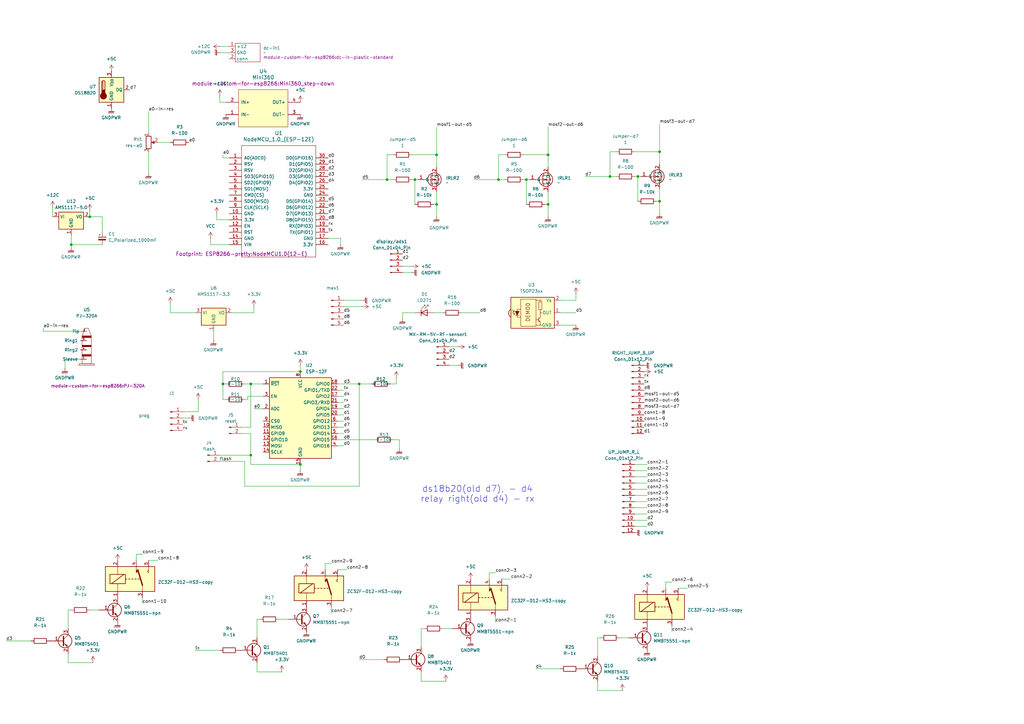
<source format=kicad_sch>
(kicad_sch (version 20231120) (generator "eeschema") (generator_version "8.0")
  (paper "A3")
  (junction (at 123.19 190.5))
  (junction (at 29.21 100.33))
  (junction (at 261.62 72.39))
  (junction (at 170.18 73.66))
  (junction (at 102.87 186.69))
  (junction (at 36.83 88.9))
  (junction (at 102.87 157.48))
  (junction (at 215.9 73.66))
  (junction (at 179.07 83.82))
  (junction (at 224.79 63.5))
  (junction (at 158.75 73.66))
  (junction (at 179.07 63.5))
  (junction (at 147.32 157.48))
  (junction (at 204.47 73.66))
  (junction (at 123.19 152.4))
  (junction (at 91.44 157.48))
  (junction (at 250.19 72.39))
  (junction (at 224.79 83.82))
  (junction (at 270.51 82.55))
  (junction (at 270.51 62.23))
  (wire (pts (xy 21.59 85.09) (xy 21.59 88.9)))
  (wire (pts (xy 261.62 72.39) (xy 262.89 72.39)))
  (wire (pts (xy 270.51 50.8) (xy 270.51 62.23)))
  (wire (pts (xy 162.56 157.48) (xy 162.56 154.94)))
  (wire (pts (xy 203.2 252.73) (xy 203.2 255.27)))
  (wire (pts (xy 224.79 63.5) (xy 214.63 63.5)))
  (wire (pts (xy 100.33 157.48) (xy 102.87 157.48)))
  (wire (pts (xy 38.1 271.78) (xy 27.94 271.78)))
  (wire (pts (xy 204.47 63.5) (xy 207.01 63.5)))
  (wire (pts (xy 275.59 238.76) (xy 273.05 238.76)))
  (wire (pts (xy 161.29 180.34) (xy 163.83 180.34)))
  (wire (pts (xy 41.91 88.9) (xy 36.83 88.9)))
  (wire (pts (xy 147.32 199.39) (xy 147.32 157.48)))
  (wire (pts (xy 165.1 128.27) (xy 170.18 128.27)))
  (wire (pts (xy 184.15 142.24) (xy 187.96 142.24)))
  (wire (pts (xy 138.43 167.64) (xy 140.97 167.64)))
  (wire (pts (xy 69.85 128.27) (xy 80.01 128.27)))
  (wire (pts (xy 91.44 63.5) (xy 91.44 64.77)))
  (wire (pts (xy 269.24 82.55) (xy 270.51 82.55)))
  (wire (pts (xy 255.27 283.21) (xy 245.11 283.21)))
  (wire (pts (xy 270.51 67.31) (xy 270.51 62.23)))
  (wire (pts (xy 138.43 233.68) (xy 142.24 233.68)))
  (wire (pts (xy 88.9 90.17) (xy 93.98 90.17)))
  (wire (pts (xy 240.03 72.39) (xy 250.19 72.39)))
  (wire (pts (xy 64.77 58.42) (xy 69.85 58.42)))
  (wire (pts (xy 138.43 180.34) (xy 153.67 180.34)))
  (wire (pts (xy 140.97 123.19) (xy 148.59 123.19)))
  (wire (pts (xy 90.17 39.37) (xy 90.17 41.91)))
  (wire (pts (xy 229.87 123.19) (xy 236.22 123.19)))
  (wire (pts (xy 26.67 147.32) (xy 26.67 151.13)))
  (wire (pts (xy 260.35 195.58) (xy 265.43 195.58)))
  (wire (pts (xy 223.52 83.82) (xy 224.79 83.82)))
  (wire (pts (xy 80.01 266.7) (xy 90.17 266.7)))
  (wire (pts (xy 27.94 271.78) (xy 27.94 267.97)))
  (wire (pts (xy 182.88 279.4) (xy 172.72 279.4)))
  (wire (pts (xy 86.36 100.33) (xy 93.98 100.33)))
  (wire (pts (xy 219.71 274.32) (xy 229.87 274.32)))
  (wire (pts (xy 148.59 73.66) (xy 158.75 73.66)))
  (wire (pts (xy 138.43 177.8) (xy 140.97 177.8)))
  (wire (pts (xy 140.97 125.73) (xy 148.59 125.73)))
  (wire (pts (xy 115.57 275.59) (xy 105.41 275.59)))
  (wire (pts (xy 114.3 254) (xy 118.11 254)))
  (wire (pts (xy 172.72 257.81) (xy 173.99 257.81)))
  (wire (pts (xy 138.43 182.88) (xy 140.97 182.88)))
  (wire (pts (xy 100.33 199.39) (xy 100.33 189.23)))
  (wire (pts (xy 29.21 96.52) (xy 29.21 100.33)))
  (wire (pts (xy 158.75 63.5) (xy 161.29 63.5)))
  (wire (pts (xy 250.19 72.39) (xy 250.19 62.23)))
  (wire (pts (xy 215.9 73.66) (xy 215.9 83.82)))
  (wire (pts (xy 236.22 123.19) (xy 236.22 120.65)))
  (wire (pts (xy 138.43 170.18) (xy 140.97 170.18)))
  (wire (pts (xy 260.35 190.5) (xy 265.43 190.5)))
  (wire (pts (xy 135.89 248.92) (xy 135.89 251.46)))
  (wire (pts (xy 104.14 125.73) (xy 104.14 128.27)))
  (wire (pts (xy 184.15 149.86) (xy 187.96 149.86)))
  (wire (pts (xy 102.87 190.5) (xy 102.87 186.69)))
  (wire (pts (xy 260.35 203.2) (xy 265.43 203.2)))
  (wire (pts (xy 91.44 152.4) (xy 123.19 152.4)))
  (wire (pts (xy 200.66 234.95) (xy 200.66 237.49)))
  (wire (pts (xy 260.35 72.39) (xy 261.62 72.39)))
  (wire (pts (xy 29.21 100.33) (xy 41.91 100.33)))
  (wire (pts (xy 170.18 73.66) (xy 171.45 73.66)))
  (wire (pts (xy 60.96 45.72) (xy 60.96 54.61)))
  (wire (pts (xy 260.35 213.36) (xy 265.43 213.36)))
  (wire (pts (xy 100.33 163.83) (xy 101.6 163.83)))
  (wire (pts (xy 135.89 231.14) (xy 133.35 231.14)))
  (wire (pts (xy 229.87 128.27) (xy 236.22 128.27)))
  (wire (pts (xy 92.71 163.83) (xy 91.44 163.83)))
  (wire (pts (xy 90.17 21.59) (xy 93.98 21.59)))
  (wire (pts (xy 214.63 73.66) (xy 215.9 73.66)))
  (wire (pts (xy 138.43 175.26) (xy 140.97 175.26)))
  (wire (pts (xy 179.07 52.07) (xy 179.07 63.5)))
  (wire (pts (xy 91.44 152.4) (xy 91.44 157.48)))
  (wire (pts (xy 170.18 73.66) (xy 170.18 83.82)))
  (wire (pts (xy 139.7 97.79) (xy 139.7 100.33)))
  (wire (pts (xy 179.07 68.58) (xy 179.07 63.5)))
  (wire (pts (xy 215.9 73.66) (xy 217.17 73.66)))
  (wire (pts (xy 81.28 163.83) (xy 81.28 168.91)))
  (wire (pts (xy 278.13 241.3) (xy 281.94 241.3)))
  (wire (pts (xy 55.88 227.33) (xy 55.88 229.87)))
  (wire (pts (xy 123.19 190.5) (xy 123.19 193.04)))
  (wire (pts (xy 260.35 215.9) (xy 265.43 215.9)))
  (wire (pts (xy 245.11 283.21) (xy 245.11 279.4)))
  (wire (pts (xy 229.87 133.35) (xy 236.22 133.35)))
  (wire (pts (xy 224.79 68.58) (xy 224.79 63.5)))
  (wire (pts (xy 179.07 83.82) (xy 179.07 88.9)))
  (wire (pts (xy 36.83 250.19) (xy 40.64 250.19)))
  (wire (pts (xy 270.51 62.23) (xy 260.35 62.23)))
  (wire (pts (xy 123.19 190.5) (xy 102.87 190.5)))
  (wire (pts (xy 177.8 83.82) (xy 179.07 83.82)))
  (wire (pts (xy 179.07 63.5) (xy 168.91 63.5)))
  (wire (pts (xy 99.06 175.26) (xy 102.87 175.26)))
  (wire (pts (xy 140.97 162.56) (xy 138.43 162.56)))
  (wire (pts (xy 172.72 265.43) (xy 172.72 257.81)))
  (wire (pts (xy 134.62 97.79) (xy 139.7 97.79)))
  (wire (pts (xy 74.93 171.45) (xy 77.47 171.45)))
  (wire (pts (xy 41.91 95.25) (xy 41.91 88.9)))
  (wire (pts (xy 224.79 83.82) (xy 224.79 78.74)))
  (wire (pts (xy 90.17 19.05) (xy 93.98 19.05)))
  (wire (pts (xy 189.23 128.27) (xy 196.85 128.27)))
  (wire (pts (xy 177.8 128.27) (xy 181.61 128.27)))
  (wire (pts (xy 101.6 162.56) (xy 107.95 162.56)))
  (wire (pts (xy 261.62 72.39) (xy 261.62 82.55)))
  (wire (pts (xy 224.79 52.07) (xy 224.79 63.5)))
  (wire (pts (xy 91.44 157.48) (xy 91.44 163.83)))
  (wire (pts (xy 179.07 83.82) (xy 179.07 78.74)))
  (wire (pts (xy 100.33 199.39) (xy 147.32 199.39)))
  (wire (pts (xy 224.79 83.82) (xy 224.79 88.9)))
  (wire (pts (xy 147.32 270.51) (xy 157.48 270.51)))
  (wire (pts (xy 26.67 147.32) (xy 35.56 147.32)))
  (wire (pts (xy 100.33 189.23) (xy 90.17 189.23)))
  (wire (pts (xy 105.41 275.59) (xy 105.41 271.78)))
  (wire (pts (xy 105.41 254) (xy 106.68 254)))
  (wire (pts (xy 2.54 262.89) (xy 12.7 262.89)))
  (wire (pts (xy 250.19 62.23) (xy 252.73 62.23)))
  (wire (pts (xy 58.42 227.33) (xy 55.88 227.33)))
  (wire (pts (xy 105.41 261.62) (xy 105.41 254)))
  (wire (pts (xy 17.78 135.89) (xy 35.56 135.89)))
  (wire (pts (xy 245.11 261.62) (xy 246.38 261.62)))
  (wire (pts (xy 81.28 168.91) (xy 74.93 168.91)))
  (wire (pts (xy 181.61 257.81) (xy 185.42 257.81)))
  (wire (pts (xy 204.47 73.66) (xy 207.01 73.66)))
  (wire (pts (xy 245.11 269.24) (xy 245.11 261.62)))
  (wire (pts (xy 260.35 205.74) (xy 265.43 205.74)))
  (wire (pts (xy 90.17 41.91) (xy 92.71 41.91)))
  (wire (pts (xy 204.47 73.66) (xy 204.47 63.5)))
  (wire (pts (xy 95.25 128.27) (xy 104.14 128.27)))
  (wire (pts (xy 254 261.62) (xy 257.81 261.62)))
  (wire (pts (xy 270.51 82.55) (xy 270.51 77.47)))
  (wire (pts (xy 86.36 97.79) (xy 86.36 100.33)))
  (wire (pts (xy 172.72 279.4) (xy 172.72 275.59)))
  (wire (pts (xy 133.35 231.14) (xy 133.35 233.68)))
  (wire (pts (xy 250.19 72.39) (xy 252.73 72.39)))
  (wire (pts (xy 102.87 157.48) (xy 102.87 175.26)))
  (wire (pts (xy 138.43 172.72) (xy 140.97 172.72)))
  (wire (pts (xy 27.94 257.81) (xy 27.94 250.19)))
  (wire (pts (xy 165.1 111.76) (xy 168.91 111.76)))
  (wire (pts (xy 158.75 73.66) (xy 158.75 63.5)))
  (wire (pts (xy 123.19 149.86) (xy 123.19 152.4)))
  (wire (pts (xy 270.51 82.55) (xy 270.51 87.63)))
  (wire (pts (xy 102.87 157.48) (xy 107.95 157.48)))
  (wire (pts (xy 168.91 73.66) (xy 170.18 73.66)))
  (wire (pts (xy 165.1 109.22) (xy 168.91 109.22)))
  (wire (pts (xy 194.31 73.66) (xy 204.47 73.66)))
  (wire (pts (xy 158.75 73.66) (xy 161.29 73.66)))
  (wire (pts (xy 163.83 180.34) (xy 163.83 184.15)))
  (wire (pts (xy 140.97 165.1) (xy 138.43 165.1)))
  (wire (pts (xy 91.44 157.48) (xy 92.71 157.48)))
  (wire (pts (xy 160.02 157.48) (xy 162.56 157.48)))
  (wire (pts (xy 36.83 86.36) (xy 36.83 88.9)))
  (wire (pts (xy 60.96 229.87) (xy 64.77 229.87)))
  (wire (pts (xy 88.9 87.63) (xy 88.9 90.17)))
  (wire (pts (xy 58.42 245.11) (xy 58.42 247.65)))
  (wire (pts (xy 102.87 186.69) (xy 90.17 186.69)))
  (wire (pts (xy 101.6 163.83) (xy 101.6 162.56)))
  (wire (pts (xy 138.43 157.48) (xy 147.32 157.48)))
  (wire (pts (xy 17.78 134.62) (xy 17.78 135.89)))
  (wire (pts (xy 260.35 193.04) (xy 265.43 193.04)))
  (wire (pts (xy 60.96 62.23) (xy 60.96 71.12)))
  (wire (pts (xy 87.63 135.89) (xy 87.63 139.7)))
  (wire (pts (xy 260.35 208.28) (xy 265.43 208.28)))
  (wire (pts (xy 165.1 130.81) (xy 165.1 128.27)))
  (wire (pts (xy 205.74 237.49) (xy 209.55 237.49)))
  (wire (pts (xy 29.21 100.33) (xy 29.21 101.6)))
  (wire (pts (xy 102.87 177.8) (xy 102.87 186.69)))
  (wire (pts (xy 104.14 167.64) (xy 107.95 167.64)))
  (wire (pts (xy 27.94 250.19) (xy 29.21 250.19)))
  (wire (pts (xy 99.06 177.8) (xy 102.87 177.8)))
  (wire (pts (xy 91.44 64.77) (xy 93.98 64.77)))
  (wire (pts (xy 140.97 160.02) (xy 138.43 160.02)))
  (wire (pts (xy 260.35 200.66) (xy 265.43 200.66)))
  (wire (pts (xy 69.85 124.46) (xy 69.85 128.27)))
  (wire (pts (xy 260.35 210.82) (xy 265.43 210.82)))
  (wire (pts (xy 275.59 256.54) (xy 275.59 259.08)))
  (wire (pts (xy 147.32 157.48) (xy 152.4 157.48)))
  (wire (pts (xy 260.35 198.12) (xy 265.43 198.12)))
  (wire (pts (xy 273.05 238.76) (xy 273.05 241.3)))
  (wire (pts (xy 203.2 234.95) (xy 200.66 234.95)))
  (text "ds18b20(old d7), - d4\nrelay right(old d4) - rx" (at 195.834 202.692 0) (effects (font (size 2.54 2.54))))
  (label "d2" (at 140.97 167.64 0))
  (label "d8" (at 134.62 90.17 0))
  (label "mosf3-out-d7" (at 270.51 50.8 0))
  (label "conn1-9" (at 58.42 227.33 0))
  (label "d5" (at 236.22 128.27 0))
  (label "rx" (at 140.97 165.1 0))
  (label "conn2-7" (at 265.43 205.74 0))
  (label "conn2-3" (at 203.2 234.95 0))
  (label "a0" (at 77.47 58.42 0))
  (label "conn1-9" (at 264.16 172.72 0))
  (label "tx" (at 80.01 266.7 0))
  (label "d0" (at 134.62 64.77 0))
  (label "a0" (at 91.44 63.5 0))
  (label "tx" (at 140.97 160.02 0))
  (label "conn2-3" (at 265.43 195.58 0))
  (label "mosf1-out-d5" (at 264.16 162.56 0))
  (label "d1" (at 264.16 177.8 0))
  (label "rx" (at 74.93 176.53 0))
  (label "conn2-4" (at 265.43 198.12 0))
  (label "tx" (at 134.62 95.25 0))
  (label "mosf3-out-d7" (at 264.16 167.64 0))
  (label "d3" (at 2.54 262.89 0))
  (label "a0" (at 104.14 167.64 0))
  (label "rx" (at 134.62 92.71 0))
  (label "d7" (at 53.34 36.83 0))
  (label "d2" (at 165.1 106.68 0))
  (label "mosf1-out-d5" (at 179.07 52.07 0))
  (label "d8" (at 140.97 130.81 0))
  (label "d5" (at 148.59 73.66 0))
  (label "d0" (at 147.32 270.51 0))
  (label "conn2-4" (at 275.59 259.08 0))
  (label "flash" (at 90.17 189.23 0))
  (label "d8" (at 264.16 160.02 0))
  (label "conn2-6" (at 265.43 203.2 0))
  (label "d1" (at 165.1 104.14 0))
  (label "d8" (at 140.97 180.34 0))
  (label "d4" (at 140.97 162.56 0))
  (label "conn2-1" (at 203.2 255.27 0))
  (label "d5" (at 140.97 128.27 0))
  (label "conn2-5" (at 281.94 241.3 0))
  (label "d6" (at 134.62 85.09 0))
  (label "d7" (at 134.62 87.63 0))
  (label "conn2-6" (at 275.59 238.76 0))
  (label "d7" (at 240.03 72.39 0))
  (label "conn2-2" (at 209.55 237.49 0))
  (label "conn2-2" (at 265.43 193.04 0))
  (label "conn2-7" (at 135.89 251.46 0))
  (label "d2" (at 184.15 147.32 0))
  (label "d3" (at 134.62 72.39 0))
  (label "d2" (at 265.43 213.36 0))
  (label "d1" (at 134.62 67.31 0))
  (label "mosf2-out-d6" (at 264.16 165.1 0))
  (label "d3" (at 140.97 157.48 0))
  (label "d0" (at 265.43 215.9 0))
  (label "d8" (at 196.85 128.27 0))
  (label "tx" (at 74.93 173.99 0))
  (label "rx" (at 264.16 154.94 0))
  (label "conn2-8" (at 265.43 208.28 0))
  (label "d5" (at 134.62 82.55 0))
  (label "mosf2-out-d6" (at 224.79 52.07 0))
  (label "d1" (at 140.97 170.18 0))
  (label "d2" (at 184.15 144.78 0))
  (label "d6" (at 140.97 133.35 0))
  (label "d6" (at 140.97 172.72 0))
  (label "conn1-8" (at 264.16 170.18 0))
  (label "d2" (at 134.62 69.85 0))
  (label "conn1-10" (at 264.16 175.26 0))
  (label "tx" (at 264.16 157.48 0))
  (label "conn2-1" (at 265.43 190.5 0))
  (label "conn2-8" (at 142.24 233.68 0))
  (label "d4" (at 219.71 274.32 0))
  (label "d7" (at 140.97 175.26 0))
  (label "conn1-8" (at 64.77 229.87 0))
  (label "d5" (at 140.97 177.8 0))
  (label "conn1-10" (at 58.42 247.65 0))
  (label "a0-in-res" (at 60.96 45.72 0))
  (label "d0" (at 140.97 182.88 0))
  (label "conn2-5" (at 265.43 200.66 0))
  (label "conn2-9" (at 135.89 231.14 0))
  (label "d4" (at 134.62 74.93 0))
  (label "a0-in-res" (at 17.78 134.62 0))
  (label "conn2-9" (at 265.43 210.82 0))
  (label "d6" (at 194.31 73.66 0))
  (symbol (lib_id "Connector:Conn_01x04_Pin") (at 160.02 106.68 0) (unit 1)
    (property "Reference" "display/ads1" (at 160.655 99.06 0))
    (property "Value" "Conn_01x04_Pin" (at 160.655 101.6 0))
    (property "Footprint" "Connector_PinHeader_2.54mm:PinHeader_1x04_P2.54mm_Vertical" (effects (hide yes)))
    (property "Description" "Generic connector, single row, 01x04, script generated" (effects (hide yes)))
  )
  (symbol (lib_id "power:+3.3V") (at 38.1 271.78 0) (unit 1)
    (property "Reference" "#PWR048" (effects (hide yes)))
    (property "Value" "+3.3V" (at 38.1 266.7 0))
    (property "Description" "Power symbol creates a global label with name \"+3.3V\"" (effects (hide yes)))
  )
  (symbol (lib_id "models:R-1k") (at 16.51 262.89 270) (unit 1)
    (property "Reference" "R21" (at 16.51 254 90))
    (property "Value" "R-1k" (at 16.51 256.54 90))
    (property "Footprint" "Resistor_SMD:R_0805_2012Metric" (effects (hide yes)))
    (property "Description" "Resistor" (effects (hide yes)))
    (property "LCSC Part" "C25905" (effects (hide yes)))
    (property "Supplier" "LCSCRef" (effects (hide yes)))
  )
  (symbol (lib_id "models:MMBT5551-npn") (at 190.5 257.81 0) (unit 1)
    (property "Reference" "Q9" (at 195.58 256.5399 0) (effects (justify left)))
    (property "Value" "MMBT5551-npn" (at 195.58 259.0799 0) (effects (justify left)))
    (property "Footprint" "Package_TO_SOT_SMD:SOT-23" (effects (hide yes)))
    (property "Datasheet" "www.onsemi.com/pub/Collateral/MMBT5550LT1-D.PDF" (effects (hide yes)))
    (property "Description" "160V 300mW 200@10mA,5V 600mA NPN SOT-23 Bipolar (BJT) ROHS" (effects (hide yes)))
    (property "LCSC Part" "C2145" (effects (hide yes)))
    (property "Supplier" "LCSCRef" (effects (hide yes)))
  )
  (symbol (lib_id "Connector:Conn_01x12_Pin") (at 259.08 162.56 0) (unit 1)
    (property "Reference" "RIGHT_JUMP_B_UP" (at 259.715 144.78 0))
    (property "Value" "Conn_01x12_Pin" (at 259.715 147.32 0))
    (property "Footprint" "module-custom-for-esp8266:connector-12-green-mini" (effects (hide yes)))
    (property "Description" "Generic connector, single row, 01x12, script generated" (effects (hide yes)))
  )
  (symbol (lib_id "power:+3.3V") (at 115.57 275.59 0) (unit 1)
    (property "Reference" "#PWR022" (effects (hide yes)))
    (property "Value" "+3.3V" (at 115.57 270.51 0))
    (property "Description" "Power symbol creates a global label with name \"+3.3V\"" (effects (hide yes)))
  )
  (symbol (lib_id "Connector:Conn_01x04_Pin") (at 179.07 144.78 0) (unit 1)
    (property "Reference" "MX-RM-5V-RF-sensor1" (at 179.705 137.16 0))
    (property "Value" "Conn_01x04_Pin" (at 179.705 139.7 0))
    (property "Footprint" "module-custom-for-esp8266:RF_Receiver_433_MHz" (effects (hide yes)))
    (property "Description" "Generic connector, single row, 01x04, script generated" (effects (hide yes)))
  )
  (symbol (lib_id "models:R-10k") (at 96.52 157.48 90) (unit 1)
    (property "Reference" "R10" (at 96.52 155.448 90))
    (property "Value" "R-10k" (at 96.52 157.48 90))
    (property "Footprint" "Resistor_SMD:R_0805_2012Metric" (effects (hide yes)))
    (property "Description" "Resistor" (effects (hide yes)))
    (property "LCSC Part" "C17414" (effects (hide yes)))
    (property "Supplier" "LCSCRef" (effects (hide yes)))
  )
  (symbol (lib_id "models:ZC32F-012-HS3-copy") (at 270.51 248.92 0) (unit 1)
    (property "Reference" "K7" (effects (hide yes)))
    (property "Value" "ZC32F-012-HS3-copy" (at 281.94 250.1899 0) (effects (justify left)))
    (property "Footprint" "module-custom-for-esp8266:ZC32F-012-HS3" (effects (hide yes)))
    (property "Datasheet" "https://standexelectronics.com/wp-content/uploads/datasheet_reed_relay_SIL.pdf" (effects (hide yes)))
    (property "Description" "Standex Meder SIL reed relay, SPDT" (effects (hide yes)))
  )
  (symbol (lib_id "power:+5C") (at 123.19 41.91 0) (unit 1)
    (property "Reference" "#PWR029" (effects (hide yes)))
    (property "Value" "+5C" (at 123.19 36.83 0))
    (property "Description" "Power symbol creates a global label with name \"+5C\"" (effects (hide yes)))
  )
  (symbol (lib_id "models:ZC32F-012-HS3-copy") (at 130.81 241.3 0) (unit 1)
    (property "Reference" "K5" (effects (hide yes)))
    (property "Value" "ZC32F-012-HS3-copy" (at 142.24 242.5699 0) (effects (justify left)))
    (property "Footprint" "module-custom-for-esp8266:ZC32F-012-HS3" (effects (hide yes)))
    (property "Datasheet" "https://standexelectronics.com/wp-content/uploads/datasheet_reed_relay_SIL.pdf" (effects (hide yes)))
    (property "Description" "Standex Meder SIL reed relay, SPDT" (effects (hide yes)))
  )
  (symbol (lib_id "power:+5C") (at 168.91 109.22 270) (unit 1)
    (property "Reference" "#PWR041" (effects (hide yes)))
    (property "Value" "+5C" (at 172.72 109.2199 90) (effects (justify left)))
    (property "Description" "Power symbol creates a global label with name \"+5C\"" (effects (hide yes)))
  )
  (symbol (lib_id "Connector:Conn_01x04_Pin") (at 69.85 171.45 0) (unit 1)
    (property "Reference" "J1" (at 70.485 161.29 0))
    (property "Value" "prog" (at 59.182 170.434 0))
    (property "Footprint" "Connector_PinHeader_2.54mm:PinHeader_1x04_P2.54mm_Vertical" (effects (hide yes)))
    (property "Description" "Generic connector, single row, 01x04, script generated" (effects (hide yes)))
  )
  (symbol (lib_id "Connector:Conn_01x05_Pin") (at 135.89 128.27 0) (unit 1)
    (property "Reference" "max1" (at 136.525 118.11 0))
    (property "Footprint" "Connector_PinHeader_2.54mm:PinHeader_1x05_P2.54mm_Vertical" (effects (hide yes)))
    (property "Description" "Generic connector, single row, 01x05, script generated" (effects (hide yes)))
  )
  (symbol (lib_id "Device:R_Potentiometer") (at 60.96 58.42 0) (unit 1)
    (property "Reference" "RV1" (at 58.42 57.1499 0) (effects (justify right)))
    (property "Value" "res-a0" (at 58.42 59.6899 0) (effects (justify right)))
    (property "Footprint" "Potentiometer_THT:Potentiometer_Bourns_3266Y_Vertical" (effects (hide yes)))
    (property "Description" "Potentiometer" (effects (hide yes)))
  )
  (symbol (lib_id "power:GNDPWR") (at 236.22 133.35 0) (unit 1)
    (property "Reference" "#PWR031" (effects (hide yes)))
    (property "Value" "GNDPWR" (at 236.093 137.16 0))
    (property "Description" "Power symbol creates a global label with name \"GNDPWR\" , global ground" (effects (hide yes)))
  )
  (symbol (lib_id "power:+5C") (at 187.96 142.24 270) (unit 1)
    (property "Reference" "#PWR043" (effects (hide yes)))
    (property "Value" "+5C" (at 191.77 142.2399 90) (effects (justify left)))
    (property "Description" "Power symbol creates a global label with name \"+5C\"" (effects (hide yes)))
  )
  (symbol (lib_id "models:R-100") (at 73.66 58.42 90) (unit 1)
    (property "Reference" "R3" (at 73.66 52.07 90))
    (property "Value" "R-100" (at 73.66 54.61 90))
    (property "Footprint" "Resistor_SMD:R_0805_2012Metric" (effects (hide yes)))
    (property "Description" "Resistor" (effects (hide yes)))
    (property "LCSC Part" "C17408" (effects (hide yes)))
    (property "Supplier" "LCSCRef" (effects (hide yes)))
  )
  (symbol (lib_id "power:GNDPWR") (at 168.91 111.76 90) (unit 1)
    (property "Reference" "#PWR042" (effects (hide yes)))
    (property "Value" "GNDPWR" (at 172.72 111.8869 90) (effects (justify right)))
    (property "Description" "Power symbol creates a global label with name \"GNDPWR\" , global ground" (effects (hide yes)))
  )
  (symbol (lib_id "power:GNDPWR") (at 260.35 218.44 90) (unit 1)
    (property "Reference" "#PWR046" (effects (hide yes)))
    (property "Value" "GNDPWR" (at 264.16 218.5669 90) (effects (justify right)))
    (property "Description" "Power symbol creates a global label with name \"GNDPWR\" , global ground" (effects (hide yes)))
  )
  (symbol (lib_id "resistor:R-base") (at 256.54 62.23 90) (unit 1)
    (property "Reference" "Jumper-d7" (at 256.54 55.88 90))
    (property "Value" "1" (at 256.54 58.42 90))
    (property "Footprint" "Resistor_SMD:R_0805_2012Metric" (effects (hide yes)))
    (property "Description" "Resistor" (effects (hide yes)))
  )
  (symbol (lib_id "power:GNDPWR") (at 60.96 71.12 0) (unit 1)
    (property "Reference" "#PWR03" (effects (hide yes)))
    (property "Value" "GNDPWR" (at 60.833 74.93 0))
    (property "Description" "Power symbol creates a global label with name \"GNDPWR\" , global ground" (effects (hide yes)))
  )
  (symbol (lib_id "power:+5C") (at 148.59 125.73 270) (unit 1)
    (property "Reference" "#PWR040" (effects (hide yes)))
    (property "Value" "+5C" (at 152.4 125.7299 90) (effects (justify left)))
    (property "Description" "Power symbol creates a global label with name \"+5C\"" (effects (hide yes)))
  )
  (symbol (lib_id "power:GNDPWR") (at 92.71 46.99 0) (unit 1)
    (property "Reference" "#PWR020" (effects (hide yes)))
    (property "Value" "GNDPWR" (at 92.583 50.8 0))
    (property "Description" "Power symbol creates a global label with name \"GNDPWR\" , global ground" (effects (hide yes)))
  )
  (symbol (lib_id "models:IRLR3103") (at 223.52 73.66 0) (unit 1)
    (property "Reference" "IRLR1" (at 228.6 73.0249 0) (effects (justify left)))
    (property "Value" "~" (at 228.6 74.93 0) (effects (justify left)))
    (property "Footprint" "Package_TO_SOT_SMD:TO-252-2" (effects (hide yes)))
  )
  (symbol (lib_id "power:GNDPWR") (at 87.63 139.7 0) (unit 1)
    (property "Reference" "#PWR026" (effects (hide yes)))
    (property "Value" "GNDPWR" (at 87.503 143.51 0))
    (property "Description" "Power symbol creates a global label with name \"GNDPWR\" , global ground" (effects (hide yes)))
  )
  (symbol (lib_id "models:R-10k") (at 157.48 180.34 90) (unit 1)
    (property "Reference" "R13" (at 157.48 178.308 90))
    (property "Value" "R-10k" (at 157.48 180.34 90))
    (property "Footprint" "Resistor_SMD:R_0805_2012Metric" (effects (hide yes)))
    (property "Description" "Resistor" (effects (hide yes)))
    (property "LCSC Part" "C17414" (effects (hide yes)))
    (property "Supplier" "LCSCRef" (effects (hide yes)))
  )
  (symbol (lib_id "models:R-100") (at 256.54 72.39 90) (unit 1)
    (property "Reference" "R8" (at 256.54 66.04 90))
    (property "Value" "R-100" (at 256.54 68.58 90))
    (property "Footprint" "Resistor_SMD:R_0805_2012Metric" (effects (hide yes)))
    (property "Description" "Resistor" (effects (hide yes)))
    (property "LCSC Part" "C17408" (effects (hide yes)))
    (property "Supplier" "LCSCRef" (effects (hide yes)))
  )
  (symbol (lib_id "power:+5C") (at 36.83 86.36 0) (unit 1)
    (property "Reference" "#PWR024" (effects (hide yes)))
    (property "Value" "+5C" (at 36.83 81.28 0))
    (property "Description" "Power symbol creates a global label with name \"+5C\"" (effects (hide yes)))
  )
  (symbol (lib_id "resistor:C_Polarized_Small") (at 41.91 97.79 0) (unit 1)
    (property "Reference" "C1" (at 44.45 95.9738 0) (effects (justify left)))
    (property "Value" "C_Polarized_1000mF" (at 44.45 98.5138 0) (effects (justify left)))
    (property "Footprint" "Capacitor_THT:CP_Radial_D10.0mm_P3.50mm" (effects (hide yes)))
    (property "Description" "Polarized capacitor, small symbol" (effects (hide yes)))
  )
  (symbol (lib_id "power:+12C") (at 21.59 85.09 0) (unit 1)
    (property "Reference" "#PWR08" (effects (hide yes)))
    (property "Value" "+12C" (at 21.59 80.01 0))
    (property "Description" "Power symbol creates a global label with name \"+12C\"" (effects (hide yes)))
  )
  (symbol (lib_id "models:PJ-320A") (at 35.56 151.13 0) (unit 1)
    (property "Reference" "U5" (at 35.56 127 0))
    (property "Value" "PJ-320A" (at 35.56 129.54 0))
    (property "Footprint" "module-custom-for-esp8266:PJ-320A" (at 40.132 158.242 0))
    (property "LCSC Part" "C2884926" (effects (hide yes)))
    (property "Supplier" "LCSCRef" (effects (hide yes)))
  )
  (symbol (lib_id "power:GNDPWR") (at 179.07 88.9 0) (unit 1)
    (property "Reference" "#PWR04" (effects (hide yes)))
    (property "Value" "GNDPWR" (at 180.086 93.472 0))
    (property "Description" "Power symbol creates a global label with name \"GNDPWR\" , global ground" (effects (hide yes)))
  )
  (symbol (lib_id "Interface_Optical:TSOP23xx") (at 219.71 128.27 0) (unit 1)
    (property "Reference" "U3" (at 217.975 116.84 0))
    (property "Value" "TSOP23xx" (at 217.975 119.38 0))
    (property "Footprint" "OptoDevice:Vishay_MOLD-3Pin" (effects (hide yes)))
    (property "Datasheet" "http://www.vishay.com/docs/82460/tsop45.pdf" (effects (hide yes)))
    (property "Description" "IR Receiver Modules for Remote Control Systems" (effects (hide yes)))
  )
  (symbol (lib_id "power:+12C") (at 125.73 233.68 0) (unit 1)
    (property "Reference" "#PWR034" (effects (hide yes)))
    (property "Value" "+5C" (at 125.73 228.6 0))
    (property "Description" "Power symbol creates a global label with name \"+12C\"" (effects (hide yes)))
  )
  (symbol (lib_id "power:+5C") (at 45.72 29.21 0) (unit 1)
    (property "Reference" "#PWR038" (effects (hide yes)))
    (property "Value" "+5C" (at 45.72 24.13 0))
    (property "Description" "Power symbol creates a global label with name \"+5C\"" (effects (hide yes)))
  )
  (symbol (lib_id "models:R-10k") (at 156.21 157.48 90) (unit 1)
    (property "Reference" "R12" (at 156.21 155.448 90))
    (property "Value" "R-10k" (at 156.21 157.48 90))
    (property "Footprint" "Resistor_SMD:R_0805_2012Metric" (effects (hide yes)))
    (property "Description" "Resistor" (effects (hide yes)))
    (property "LCSC Part" "C17414" (effects (hide yes)))
    (property "Supplier" "LCSCRef" (effects (hide yes)))
  )
  (symbol (lib_id "models:MMBT5401-pnp") (at 25.4 262.89 0) (unit 1)
    (property "Reference" "Q5" (at 30.48 261.6199 0) (effects (justify left)))
    (property "Value" "MMBT5401" (at 30.48 264.1599 0) (effects (justify left)))
    (property "Footprint" "Package_TO_SOT_SMD:SOT-23" (effects (hide yes)))
    (property "Datasheet" "https://www.onsemi.com/pub/Collateral/BC808-D.pdf" (effects (hide yes)))
    (property "Description" "150V 300mW 200@10mA,5V 600mA PNP SOT-23 Bipolar (BJT) ROHS" (effects (hide yes)))
    (property "LCSC Part" "C8326" (effects (hide yes)))
    (property "Supplier" "LCSCRef" (effects (hide yes)))
  )
  (symbol (lib_id "power:+12C") (at 48.26 229.87 0) (unit 1)
    (property "Reference" "#PWR047" (effects (hide yes)))
    (property "Value" "+5C" (at 48.26 224.79 0))
    (property "Description" "Power symbol creates a global label with name \"+12C\"" (effects (hide yes)))
  )
  (symbol (lib_id "models:R-1k") (at 33.02 250.19 270) (unit 1)
    (property "Reference" "R22" (at 33.02 241.3 90))
    (property "Value" "R-1k" (at 33.02 243.84 90))
    (property "Footprint" "Resistor_SMD:R_0805_2012Metric" (effects (hide yes)))
    (property "Description" "Resistor" (effects (hide yes)))
    (property "LCSC Part" "C25905" (effects (hide yes)))
    (property "Supplier" "LCSCRef" (effects (hide yes)))
  )
  (symbol (lib_id "models:R-1k") (at 250.19 261.62 270) (unit 1)
    (property "Reference" "R26" (at 250.19 252.73 90))
    (property "Value" "R-1k" (at 250.19 255.27 90))
    (property "Footprint" "Resistor_SMD:R_0805_2012Metric" (effects (hide yes)))
    (property "Description" "Resistor" (effects (hide yes)))
    (property "LCSC Part" "C25905" (effects (hide yes)))
    (property "Supplier" "LCSCRef" (effects (hide yes)))
  )
  (symbol (lib_id "power:GNDPWR") (at 270.51 87.63 0) (unit 1)
    (property "Reference" "#PWR06" (effects (hide yes)))
    (property "Value" "GNDPWR" (at 270.383 91.44 0))
    (property "Description" "Power symbol creates a global label with name \"GNDPWR\" , global ground" (effects (hide yes)))
  )
  (symbol (lib_id "models:R-100") (at 210.82 73.66 90) (unit 1)
    (property "Reference" "R5" (at 210.82 67.31 90))
    (property "Value" "R-100" (at 210.82 69.85 90))
    (property "Footprint" "Resistor_SMD:R_0805_2012Metric" (effects (hide yes)))
    (property "Description" "Resistor" (effects (hide yes)))
    (property "LCSC Part" "C17408" (effects (hide yes)))
    (property "Supplier" "LCSCRef" (effects (hide yes)))
  )
  (symbol (lib_id "ESP8266_import1:NodeMCU_1.0_(ESP-12E)") (at 114.3 82.55 0) (unit 1) (exclude_from_sim yes) (on_board no)
    (property "Reference" "U1" (at 114.3 54.61 0) (effects (font (size 1.524 1.524))))
    (property "Value" "NodeMCU_1.0_(ESP-12E)" (at 114.3 57.15 0) (effects (font (size 1.524 1.524))))
    (property "Footprint" "ESP8266-pretty:NodeMCU1.0(12-E)" (at 99.06 104.14 0) (show_name yes) (effects (font (size 1.524 1.524))))
  )
  (symbol (lib_id "LED:LD271") (at 175.26 128.27 0) (unit 1)
    (property "Reference" "D1" (at 174.117 120.65 0))
    (property "Value" "LD271" (at 174.117 123.19 0))
    (property "Footprint" "LED_THT:LED_D5.0mm_IRGrey" (effects (hide yes)))
    (property "Datasheet" "http://www.alliedelec.com/m/d/40788c34903a719969df15f1fbea1056.pdf" (effects (hide yes)))
    (property "Description" "940nm IR-LED, 5mm" (effects (hide yes)))
  )
  (symbol (lib_id "power:+3.3V") (at 123.19 149.86 0) (unit 1)
    (property "Reference" "#PWR012" (effects (hide yes)))
    (property "Value" "+3.3V" (at 123.19 144.78 0))
    (property "Description" "Power symbol creates a global label with name \"+3.3V\"" (effects (hide yes)))
  )
  (symbol (lib_id "models:IRLR3103") (at 177.8 73.66 0) (unit 1)
    (property "Reference" "IRLR2" (at 182.88 73.0249 0) (effects (justify left)))
    (property "Value" "~" (at 182.88 74.93 0) (effects (justify left)))
    (property "Footprint" "Package_TO_SOT_SMD:TO-252-2" (effects (hide yes)))
  )
  (symbol (lib_id "models:ZC32F-012-HS3-copy") (at 53.34 237.49 0) (unit 1)
    (property "Reference" "K3" (effects (hide yes)))
    (property "Value" "ZC32F-012-HS3-copy" (at 64.77 238.7599 0) (effects (justify left)))
    (property "Footprint" "module-custom-for-esp8266:ZC32F-012-HS3" (effects (hide yes)))
    (property "Datasheet" "https://standexelectronics.com/wp-content/uploads/datasheet_reed_relay_SIL.pdf" (effects (hide yes)))
    (property "Description" "Standex Meder SIL reed relay, SPDT" (effects (hide yes)))
  )
  (symbol (lib_id "models:R-100") (at 165.1 73.66 90) (unit 1)
    (property "Reference" "R1" (at 165.1 67.31 90))
    (property "Value" "R-100" (at 165.1 69.85 90))
    (property "Footprint" "Resistor_SMD:R_0805_2012Metric" (effects (hide yes)))
    (property "Description" "Resistor" (effects (hide yes)))
    (property "LCSC Part" "C17408" (effects (hide yes)))
    (property "Supplier" "LCSCRef" (effects (hide yes)))
  )
  (symbol (lib_id "power:GNDPWR") (at 123.19 46.99 0) (unit 1)
    (property "Reference" "#PWR028" (effects (hide yes)))
    (property "Value" "GNDPWR" (at 123.063 50.8 0))
    (property "Description" "Power symbol creates a global label with name \"GNDPWR\" , global ground" (effects (hide yes)))
  )
  (symbol (lib_id "models:R-1k") (at 177.8 257.81 270) (unit 1)
    (property "Reference" "R24" (at 177.8 248.92 90))
    (property "Value" "R-1k" (at 177.8 251.46 90))
    (property "Footprint" "Resistor_SMD:R_0805_2012Metric" (effects (hide yes)))
    (property "Description" "Resistor" (effects (hide yes)))
    (property "LCSC Part" "C25905" (effects (hide yes)))
    (property "Supplier" "LCSCRef" (effects (hide yes)))
  )
  (symbol (lib_id "power:GNDPWR") (at 123.19 193.04 0) (unit 1)
    (property "Reference" "#PWR013" (effects (hide yes)))
    (property "Value" "GNDPWR" (at 123.063 196.85 0))
    (property "Description" "Power symbol creates a global label with name \"GNDPWR\" , global ground" (effects (hide yes)))
  )
  (symbol (lib_id "models:R-1k") (at 110.49 254 270) (unit 1)
    (property "Reference" "R17" (at 110.49 245.11 90))
    (property "Value" "R-1k" (at 110.49 247.65 90))
    (property "Footprint" "Resistor_SMD:R_0805_2012Metric" (effects (hide yes)))
    (property "Description" "Resistor" (effects (hide yes)))
    (property "LCSC Part" "C25905" (effects (hide yes)))
    (property "Supplier" "LCSCRef" (effects (hide yes)))
  )
  (symbol (lib_id "power:GNDPWR") (at 187.96 149.86 90) (unit 1)
    (property "Reference" "#PWR044" (effects (hide yes)))
    (property "Value" "GNDPWR" (at 191.77 149.9869 90) (effects (justify right)))
    (property "Description" "Power symbol creates a global label with name \"GNDPWR\" , global ground" (effects (hide yes)))
  )
  (symbol (lib_id "power:GNDPWR") (at 125.73 259.08 0) (unit 1)
    (property "Reference" "#PWR049" (effects (hide yes)))
    (property "Value" "GNDPWR" (at 125.603 262.89 0))
    (property "Description" "Power symbol creates a global label with name \"GNDPWR\" , global ground" (effects (hide yes)))
  )
  (symbol (lib_id "power:+3.3V") (at 182.88 279.4 0) (unit 1)
    (property "Reference" "#PWR050" (effects (hide yes)))
    (property "Value" "+3.3V" (at 182.88 274.32 0))
    (property "Description" "Power symbol creates a global label with name \"+3.3V\"" (effects (hide yes)))
  )
  (symbol (lib_id "power:+5C") (at 264.16 152.4 270) (unit 1)
    (property "Reference" "#PWR09" (effects (hide yes)))
    (property "Value" "+5C" (at 267.97 152.3999 90) (effects (justify left)))
    (property "Description" "Power symbol creates a global label with name \"+5C\"" (effects (hide yes)))
  )
  (symbol (lib_id "power:GNDPWR") (at 224.79 88.9 0) (unit 1)
    (property "Reference" "#PWR05" (effects (hide yes)))
    (property "Value" "GNDPWR" (at 224.663 92.71 0))
    (property "Description" "Power symbol creates a global label with name \"GNDPWR\" , global ground" (effects (hide yes)))
  )
  (symbol (lib_id "power:GNDPWR") (at 193.04 262.89 0) (unit 1)
    (property "Reference" "#PWR052" (effects (hide yes)))
    (property "Value" "GNDPWR" (at 192.913 266.7 0))
    (property "Description" "Power symbol creates a global label with name \"GNDPWR\" , global ground" (effects (hide yes)))
  )
  (symbol (lib_id "models:Mini360") (at 107.95 44.45 0) (unit 1)
    (property "Reference" "U4" (at 107.95 29.21 0) (effects (font (size 1.524 1.524))))
    (property "Value" "Mini360" (at 107.95 31.75 0) (effects (font (size 1.524 1.524))))
    (property "Footprint" "module-custom-for-esp8266:Mini360_step-down" (at 107.95 34.29 0) (effects (font (size 1.524 1.524))))
  )
  (symbol (lib_id "models:R-10k") (at 219.71 83.82 270) (unit 1)
    (property "Reference" "R6" (at 219.71 77.47 90))
    (property "Value" "R-10k" (at 219.71 80.01 90))
    (property "Footprint" "Resistor_SMD:R_0805_2012Metric" (effects (hide yes)))
    (property "Description" "Resistor" (effects (hide yes)))
    (property "LCSC Part" "C17414" (effects (hide yes)))
    (property "Supplier" "LCSCRef" (effects (hide yes)))
  )
  (symbol (lib_id "models:R-10k") (at 173.99 83.82 270) (unit 1)
    (property "Reference" "R2" (at 173.99 77.47 90))
    (property "Value" "R-10k" (at 173.99 80.01 90))
    (property "Footprint" "Resistor_SMD:R_0805_2012Metric" (effects (hide yes)))
    (property "Description" "Resistor" (effects (hide yes)))
    (property "LCSC Part" "C17414" (effects (hide yes)))
    (property "Supplier" "LCSCRef" (effects (hide yes)))
  )
  (symbol (lib_id "models:MMBT5551-npn") (at 262.89 261.62 0) (unit 1)
    (property "Reference" "Q11" (at 267.97 260.3499 0) (effects (justify left)))
    (property "Value" "MMBT5551-npn" (at 267.97 262.8899 0) (effects (justify left)))
    (property "Footprint" "Package_TO_SOT_SMD:SOT-23" (effects (hide yes)))
    (property "Datasheet" "www.onsemi.com/pub/Collateral/MMBT5550LT1-D.PDF" (effects (hide yes)))
    (property "Description" "160V 300mW 200@10mA,5V 600mA NPN SOT-23 Bipolar (BJT) ROHS" (effects (hide yes)))
    (property "LCSC Part" "C2145" (effects (hide yes)))
    (property "Supplier" "LCSCRef" (effects (hide yes)))
  )
  (symbol (lib_id "power:GNDPWR") (at 265.43 266.7 0) (unit 1)
    (property "Reference" "#PWR055" (effects (hide yes)))
    (property "Value" "GNDPWR" (at 265.303 270.51 0))
    (property "Description" "Power symbol creates a global label with name \"GNDPWR\" , global ground" (effects (hide yes)))
  )
  (symbol (lib_id "power:+5C") (at 69.85 124.46 0) (unit 1)
    (property "Reference" "#PWR025" (effects (hide yes)))
    (property "Value" "+5C" (at 69.85 119.38 0))
    (property "Description" "Power symbol creates a global label with name \"+5C\"" (effects (hide yes)))
  )
  (symbol (lib_id "power:GNDPWR") (at 90.17 21.59 270) (unit 1)
    (property "Reference" "#PWR011" (effects (hide yes)))
    (property "Value" "GNDPWR" (at 86.36 21.4629 90) (effects (justify right)))
    (property "Description" "Power symbol creates a global label with name \"GNDPWR\" , global ground" (effects (hide yes)))
  )
  (symbol (lib_id "models:R-10k") (at 96.52 163.83 90) (unit 1)
    (property "Reference" "R11" (at 96.52 161.798 90))
    (property "Value" "R-10k" (at 96.52 163.83 90))
    (property "Footprint" "Resistor_SMD:R_0805_2012Metric" (effects (hide yes)))
    (property "Description" "Resistor" (effects (hide yes)))
    (property "LCSC Part" "C17414" (effects (hide yes)))
    (property "Supplier" "LCSCRef" (effects (hide yes)))
  )
  (symbol (lib_id "power:+12C") (at 90.17 39.37 0) (unit 1)
    (property "Reference" "#PWR019" (effects (hide yes)))
    (property "Value" "+12C" (at 90.17 34.29 0))
    (property "Description" "Power symbol creates a global label with name \"+12C\"" (effects (hide yes)))
  )
  (symbol (lib_id "power:+3.3V") (at 104.14 125.73 0) (unit 1)
    (property "Reference" "#PWR027" (effects (hide yes)))
    (property "Value" "+3.3V" (at 104.14 120.65 0))
    (property "Description" "Power symbol creates a global label with name \"+3.3V\"" (effects (hide yes)))
  )
  (symbol (lib_id "power:GNDPWR") (at 165.1 130.81 0) (unit 1)
    (property "Reference" "#PWR030" (effects (hide yes)))
    (property "Value" "GNDPWR" (at 164.973 134.62 0))
    (property "Description" "Power symbol creates a global label with name \"GNDPWR\" , global ground" (effects (hide yes)))
  )
  (symbol (lib_id "power:GNDPWR") (at 77.47 171.45 90) (unit 1)
    (property "Reference" "#PWR015" (effects (hide yes)))
    (property "Value" "GNDPWR" (at 81.28 171.5769 90) (effects (justify right)))
    (property "Description" "Power symbol creates a global label with name \"GNDPWR\" , global ground" (effects (hide yes)))
  )
  (symbol (lib_id "power:GNDPWR") (at 26.67 151.13 0) (unit 1)
    (property "Reference" "#PWR021" (effects (hide yes)))
    (property "Value" "GNDPWR" (at 26.543 154.94 0))
    (property "Description" "Power symbol creates a global label with name \"GNDPWR\" , global ground" (effects (hide yes)))
  )
  (symbol (lib_id "Sensor_Temperature:DS18B20") (at 45.72 36.83 0) (unit 1)
    (property "Reference" "U7" (at 39.37 35.5599 0) (effects (justify right)))
    (property "Value" "DS18B20" (at 39.37 38.0999 0) (effects (justify right)))
    (property "Footprint" "Package_TO_SOT_THT:TO-92_Inline" (effects (hide yes)))
    (property "Datasheet" "http://datasheets.maximintegrated.com/en/ds/DS18B20.pdf" (effects (hide yes)))
    (property "Description" "Programmable Resolution 1-Wire Digital Thermometer TO-92" (effects (hide yes)))
    (property "LCSC Part" "C20611523" (effects (hide yes)))
    (property "Supplier" "LCSCRef" (effects (hide yes)))
  )
  (symbol (lib_id "models:MMBT5401-pnp") (at 242.57 274.32 0) (unit 1)
    (property "Reference" "Q10" (at 247.65 273.0499 0) (effects (justify left)))
    (property "Value" "MMBT5401" (at 247.65 275.5899 0) (effects (justify left)))
    (property "Footprint" "Package_TO_SOT_SMD:SOT-23" (effects (hide yes)))
    (property "Datasheet" "https://www.onsemi.com/pub/Collateral/BC808-D.pdf" (effects (hide yes)))
    (property "Description" "150V 300mW 200@10mA,5V 600mA PNP SOT-23 Bipolar (BJT) ROHS" (effects (hide yes)))
    (property "LCSC Part" "C8326" (effects (hide yes)))
    (property "Supplier" "LCSCRef" (effects (hide yes)))
  )
  (symbol (lib_id "models:MMBT5551-npn") (at 45.72 250.19 0) (unit 1)
    (property "Reference" "Q6" (at 50.8 248.9199 0) (effects (justify left)))
    (property "Value" "MMBT5551-npn" (at 50.8 251.4599 0) (effects (justify left)))
    (property "Footprint" "Package_TO_SOT_SMD:SOT-23" (effects (hide yes)))
    (property "Datasheet" "www.onsemi.com/pub/Collateral/MMBT5550LT1-D.PDF" (effects (hide yes)))
    (property "Description" "160V 300mW 200@10mA,5V 600mA NPN SOT-23 Bipolar (BJT) ROHS" (effects (hide yes)))
    (property "LCSC Part" "C2145" (effects (hide yes)))
    (property "Supplier" "LCSCRef" (effects (hide yes)))
  )
  (symbol (lib_id "power:GNDPWR") (at 148.59 123.19 90) (unit 1)
    (property "Reference" "#PWR039" (effects (hide yes)))
    (property "Value" "GNDPWR" (at 152.4 123.3169 90) (effects (justify right)))
    (property "Description" "Power symbol creates a global label with name \"GNDPWR\" , global ground" (effects (hide yes)))
  )
  (symbol (lib_id "power:+5C") (at 236.22 120.65 0) (unit 1)
    (property "Reference" "#PWR032" (effects (hide yes)))
    (property "Value" "+5C" (at 236.22 115.57 0))
    (property "Description" "Power symbol creates a global label with name \"+5C\"" (effects (hide yes)))
  )
  (symbol (lib_id "power:+5C") (at 81.28 163.83 0) (unit 1)
    (property "Reference" "#PWR014" (effects (hide yes)))
    (property "Value" "+5C" (at 81.28 158.75 0))
    (property "Description" "Power symbol creates a global label with name \"+5C\"" (effects (hide yes)))
  )
  (symbol (lib_id "power:+12C") (at 193.04 237.49 0) (unit 1)
    (property "Reference" "#PWR051" (effects (hide yes)))
    (property "Value" "+5C" (at 193.04 232.41 0))
    (property "Description" "Power symbol creates a global label with name \"+12C\"" (effects (hide yes)))
  )
  (symbol (lib_id "power:GNDPWR") (at 48.26 255.27 0) (unit 1)
    (property "Reference" "#PWR035" (effects (hide yes)))
    (property "Value" "GNDPWR" (at 48.133 259.08 0))
    (property "Description" "Power symbol creates a global label with name \"GNDPWR\" , global ground" (effects (hide yes)))
  )
  (symbol (lib_id "power:+3.3V") (at 88.9 87.63 0) (unit 1)
    (property "Reference" "#PWR018" (effects (hide yes)))
    (property "Value" "+3.3V" (at 88.9 82.55 0))
    (property "Description" "Power symbol creates a global label with name \"+3.3V\"" (effects (hide yes)))
  )
  (symbol (lib_id "power:+3.3V") (at 255.27 283.21 0) (unit 1)
    (property "Reference" "#PWR053" (effects (hide yes)))
    (property "Value" "+3.3V" (at 255.27 278.13 0))
    (property "Description" "Power symbol creates a global label with name \"+3.3V\"" (effects (hide yes)))
  )
  (symbol (lib_id "Connector:Conn_01x02_Pin") (at 85.09 186.69 0) (unit 1)
    (property "Reference" "J4" (at 85.725 181.61 0))
    (property "Value" "flash" (at 85.725 184.15 0))
    (property "Footprint" "Connector_PinHeader_2.54mm:PinHeader_1x02_P2.54mm_Vertical" (effects (hide yes)))
    (property "Description" "Generic connector, single row, 01x02, script generated" (effects (hide yes)))
  )
  (symbol (lib_id "Connector:Conn_01x12_Pin") (at 255.27 203.2 0) (unit 1)
    (property "Reference" "UP_JUMP_R_L" (at 255.905 185.42 0))
    (property "Value" "Conn_01x12_Pin" (at 255.905 187.96 0))
    (property "Footprint" "module-custom-for-esp8266:connector-12-green-mini" (effects (hide yes)))
    (property "Description" "Generic connector, single row, 01x12, script generated" (effects (hide yes)))
  )
  (symbol (lib_id "power:GNDPWR") (at 163.83 184.15 0) (unit 1)
    (property "Reference" "#PWR017" (effects (hide yes)))
    (property "Value" "GNDPWR" (at 163.703 187.96 0))
    (property "Description" "Power symbol creates a global label with name \"GNDPWR\" , global ground" (effects (hide yes)))
  )
  (symbol (lib_id "models:R-1k") (at 233.68 274.32 270) (unit 1)
    (property "Reference" "R25" (at 233.68 265.43 90))
    (property "Value" "R-1k" (at 233.68 267.97 90))
    (property "Footprint" "Resistor_SMD:R_0805_2012Metric" (effects (hide yes)))
    (property "Description" "Resistor" (effects (hide yes)))
    (property "LCSC Part" "C25905" (effects (hide yes)))
    (property "Supplier" "LCSCRef" (effects (hide yes)))
  )
  (symbol (lib_id "RF_Module:ESP-12F") (at 123.19 172.72 0) (unit 1)
    (property "Reference" "U2" (at 125.3841 149.86 0) (effects (justify left)))
    (property "Value" "ESP-12F" (at 125.3841 152.4 0) (effects (justify left)))
    (property "Footprint" "RF_Module:ESP-12E" (effects (hide yes)))
    (property "Datasheet" "http://wiki.ai-thinker.com/_media/esp8266/esp8266_series_modules_user_manual_v1.1.pdf" (effects (hide yes)))
    (property "Description" "802.11 b/g/n Wi-Fi Module" (effects (hide yes)))
  )
  (symbol (lib_id "Connector:Conn_01x02_Pin") (at 93.98 175.26 0) (unit 1)
    (property "Reference" "J5" (at 94.615 170.18 0))
    (property "Value" "reset" (at 94.615 172.72 0))
    (property "Footprint" "Connector_PinHeader_2.54mm:PinHeader_1x02_P2.54mm_Vertical" (effects (hide yes)))
    (property "Description" "Generic connector, single row, 01x02, script generated" (effects (hide yes)))
  )
  (symbol (lib_id "power:GNDPWR") (at 45.72 44.45 0) (unit 1)
    (property "Reference" "#PWR037" (effects (hide yes)))
    (property "Value" "GNDPWR" (at 45.593 48.26 0))
    (property "Description" "Power symbol creates a global label with name \"GNDPWR\" , global ground" (effects (hide yes)))
  )
  (symbol (lib_id "power:+12C") (at 265.43 241.3 0) (unit 1)
    (property "Reference" "#PWR054" (effects (hide yes)))
    (property "Value" "+5C" (at 265.43 236.22 0))
    (property "Description" "Power symbol creates a global label with name \"+12C\"" (effects (hide yes)))
  )
  (symbol (lib_id "models:R-100") (at 185.42 128.27 90) (unit 1)
    (property "Reference" "R16" (at 185.42 121.92 90))
    (property "Value" "R-100" (at 185.42 124.46 90))
    (property "Footprint" "Resistor_SMD:R_0805_2012Metric" (effects (hide yes)))
    (property "Description" "Resistor" (effects (hide yes)))
    (property "LCSC Part" "C17408" (effects (hide yes)))
    (property "Supplier" "LCSCRef" (effects (hide yes)))
  )
  (symbol (lib_id "models:R-10k") (at 265.43 82.55 270) (unit 1)
    (property "Reference" "R9" (at 265.43 76.2 90))
    (property "Value" "R-10k" (at 265.43 78.74 90))
    (property "Footprint" "Resistor_SMD:R_0805_2012Metric" (effects (hide yes)))
    (property "Description" "Resistor" (effects (hide yes)))
    (property "LCSC Part" "C17414" (effects (hide yes)))
    (property "Supplier" "LCSCRef" (effects (hide yes)))
  )
  (symbol (lib_id "power:GNDPWR") (at 264.16 149.86 90) (unit 1)
    (property "Reference" "#PWR07" (effects (hide yes)))
    (property "Value" "GNDPWR" (at 267.97 149.9869 90) (effects (justify right)))
    (property "Description" "Power symbol creates a global label with name \"GNDPWR\" , global ground" (effects (hide yes)))
  )
  (symbol (lib_id "models:c-in-plastic-standard") (at 97.79 19.05 0) (unit 1)
    (property "Reference" "dc-in1" (at 107.95 19.6849 0) (effects (justify left)))
    (property "Value" "~" (at 107.95 21.59 0) (effects (justify left)))
    (property "Footprint" "module-custom-for-esp8266:dc-in-plastic-standard" (at 107.95 23.4949 0) (effects (justify left)))
  )
  (symbol (lib_id "power:+3.3V") (at 162.56 154.94 0) (unit 1)
    (property "Reference" "#PWR016" (effects (hide yes)))
    (property "Value" "+3.3V" (at 162.56 149.86 0))
    (property "Description" "Power symbol creates a global label with name \"+3.3V\"" (effects (hide yes)))
  )
  (symbol (lib_id "resistor:R-base") (at 210.82 63.5 90) (unit 1)
    (property "Reference" "Jumper-d6" (at 210.82 57.15 90))
    (property "Value" "1" (at 210.82 59.69 90))
    (property "Footprint" "Resistor_SMD:R_0805_2012Metric" (effects (hide yes)))
    (property "Description" "Resistor" (effects (hide yes)))
  )
  (symbol (lib_id "power:+12C") (at 90.17 19.05 90) (unit 1)
    (property "Reference" "#PWR010" (effects (hide yes)))
    (property "Value" "+12C" (at 86.36 19.0499 90) (effects (justify left)))
    (property "Description" "Power symbol creates a global label with name \"+12C\"" (effects (hide yes)))
  )
  (symbol (lib_id "resistor:R-base") (at 165.1 63.5 90) (unit 1)
    (property "Reference" "Jumper-d5" (at 165.1 57.15 90))
    (property "Value" "1" (at 165.1 59.69 90))
    (property "Footprint" "Resistor_SMD:R_0805_2012Metric" (effects (hide yes)))
    (property "Description" "Resistor" (effects (hide yes)))
  )
  (symbol (lib_id "power:GNDPWR") (at 29.21 101.6 0) (unit 1)
    (property "Reference" "#PWR023" (effects (hide yes)))
    (property "Value" "GNDPWR" (at 29.083 105.41 0))
    (property "Description" "Power symbol creates a global label with name \"GNDPWR\" , global ground" (effects (hide yes)))
  )
  (symbol (lib_id "models:MMBT5551-npn") (at 123.19 254 0) (unit 1)
    (property "Reference" "Q7" (at 128.27 252.7299 0) (effects (justify left)))
    (property "Value" "MMBT5551-npn" (at 128.27 255.2699 0) (effects (justify left)))
    (property "Footprint" "Package_TO_SOT_SMD:SOT-23" (effects (hide yes)))
    (property "Datasheet" "www.onsemi.com/pub/Collateral/MMBT5550LT1-D.PDF" (effects (hide yes)))
    (property "Description" "160V 300mW 200@10mA,5V 600mA NPN SOT-23 Bipolar (BJT) ROHS" (effects (hide yes)))
    (property "LCSC Part" "C2145" (effects (hide yes)))
    (property "Supplier" "LCSCRef" (effects (hide yes)))
  )
  (symbol (lib_id "power:GNDPWR") (at 139.7 100.33 0) (unit 1)
    (property "Reference" "#PWR01" (effects (hide yes)))
    (property "Value" "GNDPWR" (at 139.573 104.14 0))
    (property "Description" "Power symbol creates a global label with name \"GNDPWR\" , global ground" (effects (hide yes)))
  )
  (symbol (lib_id "models:ZC32F-012-HS3-copy") (at 198.12 245.11 0) (unit 1)
    (property "Reference" "K6" (effects (hide yes)))
    (property "Value" "ZC32F-012-HS3-copy" (at 209.55 246.3799 0) (effects (justify left)))
    (property "Footprint" "module-custom-for-esp8266:ZC32F-012-HS3" (effects (hide yes)))
    (property "Datasheet" "https://standexelectronics.com/wp-content/uploads/datasheet_reed_relay_SIL.pdf" (effects (hide yes)))
    (property "Description" "Standex Meder SIL reed relay, SPDT" (effects (hide yes)))
  )
  (symbol (lib_id "models:R-1k") (at 161.29 270.51 270) (unit 1)
    (property "Reference" "R23" (at 161.29 261.62 90))
    (property "Value" "R-1k" (at 161.29 264.16 90))
    (property "Footprint" "Resistor_SMD:R_0805_2012Metric" (effects (hide yes)))
    (property "Description" "Resistor" (effects (hide yes)))
    (property "LCSC Part" "C25905" (effects (hide yes)))
    (property "Supplier" "LCSCRef" (effects (hide yes)))
  )
  (symbol (lib_id "models:IRLR3103") (at 269.24 72.39 0) (unit 1)
    (property "Reference" "IRLR3" (at 274.32 71.7549 0) (effects (justify left)))
    (property "Value" "~" (at 274.32 73.66 0) (effects (justify left)))
    (property "Footprint" "Package_TO_SOT_SMD:TO-252-2" (effects (hide yes)))
  )
  (symbol (lib_id "models:AMS1117-3.3") (at 87.63 128.27 0) (unit 1)
    (property "Reference" "U6" (at 87.63 118.11 0))
    (property "Value" "AMS1117-3.3" (at 87.63 120.65 0))
    (property "Footprint" "Package_TO_SOT_SMD:SOT-223-3_TabPin2" (effects (hide yes)))
    (property "Datasheet" "http://www.advanced-monolithic.com/pdf/ds1117.pdf" (effects (hide yes)))
    (property "Description" "1A Low Dropout regulator, positive, 3.3V fixed output, SOT-223" (effects (hide yes)))
    (property "LCSC Part" "C6186" (effects (hide yes)))
    (property "Supplier" "LCSCRef" (effects (hide yes)))
  )
  (symbol (lib_id "power:VCC") (at 86.36 97.79 0) (unit 1)
    (property "Reference" "#PWR02" (effects (hide yes)))
    (property "Value" "VCC" (at 86.36 92.71 0))
    (property "Description" "Power symbol creates a global label with name \"VCC\"" (effects (hide yes)))
  )
  (symbol (lib_id "Regulator_Linear:AMS1117-5.0") (at 29.21 88.9 0) (unit 1)
    (property "Reference" "U12" (at 29.21 82.55 0))
    (property "Value" "AMS1117-5.0" (at 29.21 85.09 0))
    (property "Footprint" "Package_TO_SOT_SMD:SOT-223-3_TabPin2" (effects (hide yes)))
    (property "Datasheet" "http://www.advanced-monolithic.com/pdf/ds1117.pdf" (effects (hide yes)))
    (property "Description" "1A Low Dropout regulator, positive, 5.0V fixed output, SOT-223" (effects (hide yes)))
    (property "LCSC Part" "C6187" (effects (hide yes)))
    (property "Supplier" "LCSCRef" (effects (hide yes)))
  )
  (symbol (lib_id "models:MMBT5401-pnp") (at 102.87 266.7 0) (unit 1)
    (property "Reference" "Q1" (at 107.95 265.4299 0) (effects (justify left)))
    (property "Value" "MMBT5401" (at 107.95 267.9699 0) (effects (justify left)))
    (property "Footprint" "Package_TO_SOT_SMD:SOT-23" (effects (hide yes)))
    (property "Datasheet" "https://www.onsemi.com/pub/Collateral/BC808-D.pdf" (effects (hide yes)))
    (property "Description" "150V 300mW 200@10mA,5V 600mA PNP SOT-23 Bipolar (BJT) ROHS" (effects (hide yes)))
    (property "LCSC Part" "C8326" (effects (hide yes)))
    (property "Supplier" "LCSCRef" (effects (hide yes)))
  )
  (symbol (lib_id "models:MMBT5401-pnp") (at 170.18 270.51 0) (unit 1)
    (property "Reference" "Q8" (at 175.26 269.2399 0) (effects (justify left)))
    (property "Value" "MMBT5401" (at 175.26 271.7799 0) (effects (justify left)))
    (property "Footprint" "Package_TO_SOT_SMD:SOT-23" (effects (hide yes)))
    (property "Datasheet" "https://www.onsemi.com/pub/Collateral/BC808-D.pdf" (effects (hide yes)))
    (property "Description" "150V 300mW 200@10mA,5V 600mA PNP SOT-23 Bipolar (BJT) ROHS" (effects (hide yes)))
    (property "LCSC Part" "C8326" (effects (hide yes)))
    (property "Supplier" "LCSCRef" (effects (hide yes)))
  )
  (symbol (lib_id "models:R-1k") (at 93.98 266.7 270) (unit 1)
    (property "Reference" "R4" (at 93.98 257.81 90))
    (property "Value" "R-1k" (at 93.98 260.35 90))
    (property "Footprint" "Resistor_SMD:R_0805_2012Metric" (effects (hide yes)))
    (property "Description" "Resistor" (effects (hide yes)))
    (property "LCSC Part" "C25905" (effects (hide yes)))
    (property "Supplier" "LCSCRef" (effects (hide yes)))
  )
)
</source>
